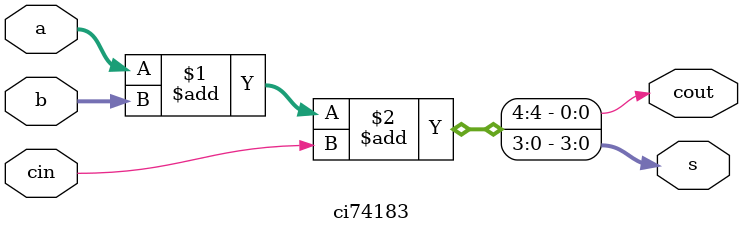
<source format=v>
module ci74183 (
  input [3:0] a,
  input [3:0] b,
  input cin,
  output [3:0] s,
  output cout
);
  assign {cout, s} = a + b + cin;
endmodule 

</source>
